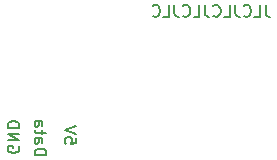
<source format=gbr>
%TF.GenerationSoftware,KiCad,Pcbnew,7.0.9-1.fc39*%
%TF.CreationDate,2023-12-06T14:15:38+00:00*%
%TF.ProjectId,LED PCB V2,4c454420-5043-4422-9056-322e6b696361,rev?*%
%TF.SameCoordinates,Original*%
%TF.FileFunction,Legend,Bot*%
%TF.FilePolarity,Positive*%
%FSLAX46Y46*%
G04 Gerber Fmt 4.6, Leading zero omitted, Abs format (unit mm)*
G04 Created by KiCad (PCBNEW 7.0.9-1.fc39) date 2023-12-06 14:15:38*
%MOMM*%
%LPD*%
G01*
G04 APERTURE LIST*
%ADD10C,0.150000*%
G04 APERTURE END LIST*
D10*
X119265506Y-41795819D02*
X119265506Y-42510104D01*
X119265506Y-42510104D02*
X119313125Y-42652961D01*
X119313125Y-42652961D02*
X119408363Y-42748200D01*
X119408363Y-42748200D02*
X119551220Y-42795819D01*
X119551220Y-42795819D02*
X119646458Y-42795819D01*
X118313125Y-42795819D02*
X118789315Y-42795819D01*
X118789315Y-42795819D02*
X118789315Y-41795819D01*
X117408363Y-42700580D02*
X117455982Y-42748200D01*
X117455982Y-42748200D02*
X117598839Y-42795819D01*
X117598839Y-42795819D02*
X117694077Y-42795819D01*
X117694077Y-42795819D02*
X117836934Y-42748200D01*
X117836934Y-42748200D02*
X117932172Y-42652961D01*
X117932172Y-42652961D02*
X117979791Y-42557723D01*
X117979791Y-42557723D02*
X118027410Y-42367247D01*
X118027410Y-42367247D02*
X118027410Y-42224390D01*
X118027410Y-42224390D02*
X117979791Y-42033914D01*
X117979791Y-42033914D02*
X117932172Y-41938676D01*
X117932172Y-41938676D02*
X117836934Y-41843438D01*
X117836934Y-41843438D02*
X117694077Y-41795819D01*
X117694077Y-41795819D02*
X117598839Y-41795819D01*
X117598839Y-41795819D02*
X117455982Y-41843438D01*
X117455982Y-41843438D02*
X117408363Y-41891057D01*
X116694077Y-41795819D02*
X116694077Y-42510104D01*
X116694077Y-42510104D02*
X116741696Y-42652961D01*
X116741696Y-42652961D02*
X116836934Y-42748200D01*
X116836934Y-42748200D02*
X116979791Y-42795819D01*
X116979791Y-42795819D02*
X117075029Y-42795819D01*
X115741696Y-42795819D02*
X116217886Y-42795819D01*
X116217886Y-42795819D02*
X116217886Y-41795819D01*
X114836934Y-42700580D02*
X114884553Y-42748200D01*
X114884553Y-42748200D02*
X115027410Y-42795819D01*
X115027410Y-42795819D02*
X115122648Y-42795819D01*
X115122648Y-42795819D02*
X115265505Y-42748200D01*
X115265505Y-42748200D02*
X115360743Y-42652961D01*
X115360743Y-42652961D02*
X115408362Y-42557723D01*
X115408362Y-42557723D02*
X115455981Y-42367247D01*
X115455981Y-42367247D02*
X115455981Y-42224390D01*
X115455981Y-42224390D02*
X115408362Y-42033914D01*
X115408362Y-42033914D02*
X115360743Y-41938676D01*
X115360743Y-41938676D02*
X115265505Y-41843438D01*
X115265505Y-41843438D02*
X115122648Y-41795819D01*
X115122648Y-41795819D02*
X115027410Y-41795819D01*
X115027410Y-41795819D02*
X114884553Y-41843438D01*
X114884553Y-41843438D02*
X114836934Y-41891057D01*
X114122648Y-41795819D02*
X114122648Y-42510104D01*
X114122648Y-42510104D02*
X114170267Y-42652961D01*
X114170267Y-42652961D02*
X114265505Y-42748200D01*
X114265505Y-42748200D02*
X114408362Y-42795819D01*
X114408362Y-42795819D02*
X114503600Y-42795819D01*
X113170267Y-42795819D02*
X113646457Y-42795819D01*
X113646457Y-42795819D02*
X113646457Y-41795819D01*
X112265505Y-42700580D02*
X112313124Y-42748200D01*
X112313124Y-42748200D02*
X112455981Y-42795819D01*
X112455981Y-42795819D02*
X112551219Y-42795819D01*
X112551219Y-42795819D02*
X112694076Y-42748200D01*
X112694076Y-42748200D02*
X112789314Y-42652961D01*
X112789314Y-42652961D02*
X112836933Y-42557723D01*
X112836933Y-42557723D02*
X112884552Y-42367247D01*
X112884552Y-42367247D02*
X112884552Y-42224390D01*
X112884552Y-42224390D02*
X112836933Y-42033914D01*
X112836933Y-42033914D02*
X112789314Y-41938676D01*
X112789314Y-41938676D02*
X112694076Y-41843438D01*
X112694076Y-41843438D02*
X112551219Y-41795819D01*
X112551219Y-41795819D02*
X112455981Y-41795819D01*
X112455981Y-41795819D02*
X112313124Y-41843438D01*
X112313124Y-41843438D02*
X112265505Y-41891057D01*
X111551219Y-41795819D02*
X111551219Y-42510104D01*
X111551219Y-42510104D02*
X111598838Y-42652961D01*
X111598838Y-42652961D02*
X111694076Y-42748200D01*
X111694076Y-42748200D02*
X111836933Y-42795819D01*
X111836933Y-42795819D02*
X111932171Y-42795819D01*
X110598838Y-42795819D02*
X111075028Y-42795819D01*
X111075028Y-42795819D02*
X111075028Y-41795819D01*
X109694076Y-42700580D02*
X109741695Y-42748200D01*
X109741695Y-42748200D02*
X109884552Y-42795819D01*
X109884552Y-42795819D02*
X109979790Y-42795819D01*
X109979790Y-42795819D02*
X110122647Y-42748200D01*
X110122647Y-42748200D02*
X110217885Y-42652961D01*
X110217885Y-42652961D02*
X110265504Y-42557723D01*
X110265504Y-42557723D02*
X110313123Y-42367247D01*
X110313123Y-42367247D02*
X110313123Y-42224390D01*
X110313123Y-42224390D02*
X110265504Y-42033914D01*
X110265504Y-42033914D02*
X110217885Y-41938676D01*
X110217885Y-41938676D02*
X110122647Y-41843438D01*
X110122647Y-41843438D02*
X109979790Y-41795819D01*
X109979790Y-41795819D02*
X109884552Y-41795819D01*
X109884552Y-41795819D02*
X109741695Y-41843438D01*
X109741695Y-41843438D02*
X109694076Y-41891057D01*
X103238180Y-53035030D02*
X103238180Y-53511220D01*
X103238180Y-53511220D02*
X102761990Y-53558839D01*
X102761990Y-53558839D02*
X102809609Y-53511220D01*
X102809609Y-53511220D02*
X102857228Y-53415982D01*
X102857228Y-53415982D02*
X102857228Y-53177887D01*
X102857228Y-53177887D02*
X102809609Y-53082649D01*
X102809609Y-53082649D02*
X102761990Y-53035030D01*
X102761990Y-53035030D02*
X102666752Y-52987411D01*
X102666752Y-52987411D02*
X102428657Y-52987411D01*
X102428657Y-52987411D02*
X102333419Y-53035030D01*
X102333419Y-53035030D02*
X102285800Y-53082649D01*
X102285800Y-53082649D02*
X102238180Y-53177887D01*
X102238180Y-53177887D02*
X102238180Y-53415982D01*
X102238180Y-53415982D02*
X102285800Y-53511220D01*
X102285800Y-53511220D02*
X102333419Y-53558839D01*
X103238180Y-52701696D02*
X102238180Y-52368363D01*
X102238180Y-52368363D02*
X103238180Y-52035030D01*
X99698180Y-54527220D02*
X100698180Y-54527220D01*
X100698180Y-54527220D02*
X100698180Y-54289125D01*
X100698180Y-54289125D02*
X100650561Y-54146268D01*
X100650561Y-54146268D02*
X100555323Y-54051030D01*
X100555323Y-54051030D02*
X100460085Y-54003411D01*
X100460085Y-54003411D02*
X100269609Y-53955792D01*
X100269609Y-53955792D02*
X100126752Y-53955792D01*
X100126752Y-53955792D02*
X99936276Y-54003411D01*
X99936276Y-54003411D02*
X99841038Y-54051030D01*
X99841038Y-54051030D02*
X99745800Y-54146268D01*
X99745800Y-54146268D02*
X99698180Y-54289125D01*
X99698180Y-54289125D02*
X99698180Y-54527220D01*
X99698180Y-53098649D02*
X100221990Y-53098649D01*
X100221990Y-53098649D02*
X100317228Y-53146268D01*
X100317228Y-53146268D02*
X100364847Y-53241506D01*
X100364847Y-53241506D02*
X100364847Y-53431982D01*
X100364847Y-53431982D02*
X100317228Y-53527220D01*
X99745800Y-53098649D02*
X99698180Y-53193887D01*
X99698180Y-53193887D02*
X99698180Y-53431982D01*
X99698180Y-53431982D02*
X99745800Y-53527220D01*
X99745800Y-53527220D02*
X99841038Y-53574839D01*
X99841038Y-53574839D02*
X99936276Y-53574839D01*
X99936276Y-53574839D02*
X100031514Y-53527220D01*
X100031514Y-53527220D02*
X100079133Y-53431982D01*
X100079133Y-53431982D02*
X100079133Y-53193887D01*
X100079133Y-53193887D02*
X100126752Y-53098649D01*
X100364847Y-52765315D02*
X100364847Y-52384363D01*
X100698180Y-52622458D02*
X99841038Y-52622458D01*
X99841038Y-52622458D02*
X99745800Y-52574839D01*
X99745800Y-52574839D02*
X99698180Y-52479601D01*
X99698180Y-52479601D02*
X99698180Y-52384363D01*
X99698180Y-51622458D02*
X100221990Y-51622458D01*
X100221990Y-51622458D02*
X100317228Y-51670077D01*
X100317228Y-51670077D02*
X100364847Y-51765315D01*
X100364847Y-51765315D02*
X100364847Y-51955791D01*
X100364847Y-51955791D02*
X100317228Y-52051029D01*
X99745800Y-51622458D02*
X99698180Y-51717696D01*
X99698180Y-51717696D02*
X99698180Y-51955791D01*
X99698180Y-51955791D02*
X99745800Y-52051029D01*
X99745800Y-52051029D02*
X99841038Y-52098648D01*
X99841038Y-52098648D02*
X99936276Y-52098648D01*
X99936276Y-52098648D02*
X100031514Y-52051029D01*
X100031514Y-52051029D02*
X100079133Y-51955791D01*
X100079133Y-51955791D02*
X100079133Y-51717696D01*
X100079133Y-51717696D02*
X100126752Y-51622458D01*
X98364561Y-53749411D02*
X98412180Y-53844649D01*
X98412180Y-53844649D02*
X98412180Y-53987506D01*
X98412180Y-53987506D02*
X98364561Y-54130363D01*
X98364561Y-54130363D02*
X98269323Y-54225601D01*
X98269323Y-54225601D02*
X98174085Y-54273220D01*
X98174085Y-54273220D02*
X97983609Y-54320839D01*
X97983609Y-54320839D02*
X97840752Y-54320839D01*
X97840752Y-54320839D02*
X97650276Y-54273220D01*
X97650276Y-54273220D02*
X97555038Y-54225601D01*
X97555038Y-54225601D02*
X97459800Y-54130363D01*
X97459800Y-54130363D02*
X97412180Y-53987506D01*
X97412180Y-53987506D02*
X97412180Y-53892268D01*
X97412180Y-53892268D02*
X97459800Y-53749411D01*
X97459800Y-53749411D02*
X97507419Y-53701792D01*
X97507419Y-53701792D02*
X97840752Y-53701792D01*
X97840752Y-53701792D02*
X97840752Y-53892268D01*
X97412180Y-53273220D02*
X98412180Y-53273220D01*
X98412180Y-53273220D02*
X97412180Y-52701792D01*
X97412180Y-52701792D02*
X98412180Y-52701792D01*
X97412180Y-52225601D02*
X98412180Y-52225601D01*
X98412180Y-52225601D02*
X98412180Y-51987506D01*
X98412180Y-51987506D02*
X98364561Y-51844649D01*
X98364561Y-51844649D02*
X98269323Y-51749411D01*
X98269323Y-51749411D02*
X98174085Y-51701792D01*
X98174085Y-51701792D02*
X97983609Y-51654173D01*
X97983609Y-51654173D02*
X97840752Y-51654173D01*
X97840752Y-51654173D02*
X97650276Y-51701792D01*
X97650276Y-51701792D02*
X97555038Y-51749411D01*
X97555038Y-51749411D02*
X97459800Y-51844649D01*
X97459800Y-51844649D02*
X97412180Y-51987506D01*
X97412180Y-51987506D02*
X97412180Y-52225601D01*
M02*

</source>
